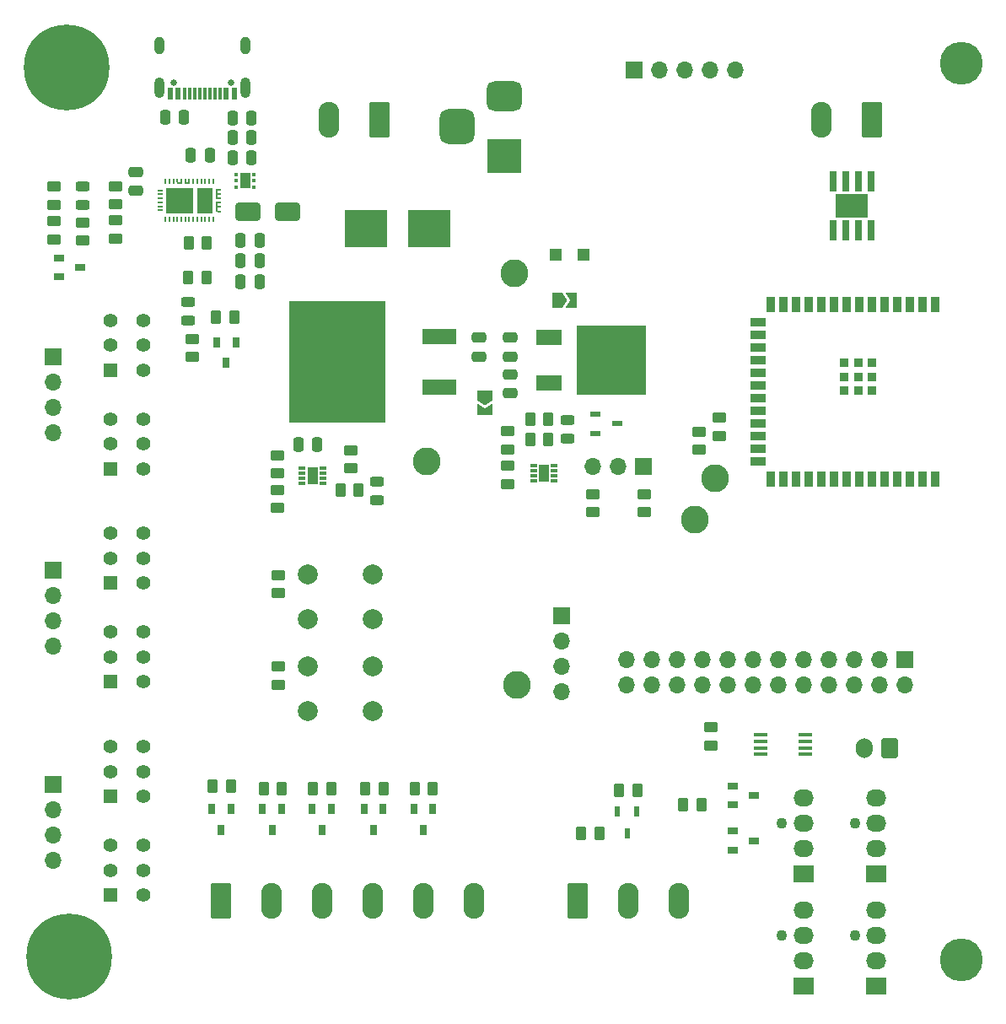
<source format=gbr>
%TF.GenerationSoftware,KiCad,Pcbnew,7.0.10*%
%TF.CreationDate,2024-05-28T14:15:07+02:00*%
%TF.ProjectId,ESPHome AIO,45535048-6f6d-4652-9041-494f2e6b6963,rev?*%
%TF.SameCoordinates,Original*%
%TF.FileFunction,Soldermask,Top*%
%TF.FilePolarity,Negative*%
%FSLAX46Y46*%
G04 Gerber Fmt 4.6, Leading zero omitted, Abs format (unit mm)*
G04 Created by KiCad (PCBNEW 7.0.10) date 2024-05-28 14:15:07*
%MOMM*%
%LPD*%
G01*
G04 APERTURE LIST*
G04 Aperture macros list*
%AMRoundRect*
0 Rectangle with rounded corners*
0 $1 Rounding radius*
0 $2 $3 $4 $5 $6 $7 $8 $9 X,Y pos of 4 corners*
0 Add a 4 corners polygon primitive as box body*
4,1,4,$2,$3,$4,$5,$6,$7,$8,$9,$2,$3,0*
0 Add four circle primitives for the rounded corners*
1,1,$1+$1,$2,$3*
1,1,$1+$1,$4,$5*
1,1,$1+$1,$6,$7*
1,1,$1+$1,$8,$9*
0 Add four rect primitives between the rounded corners*
20,1,$1+$1,$2,$3,$4,$5,0*
20,1,$1+$1,$4,$5,$6,$7,0*
20,1,$1+$1,$6,$7,$8,$9,0*
20,1,$1+$1,$8,$9,$2,$3,0*%
%AMFreePoly0*
4,1,6,1.000000,0.000000,0.500000,-0.750000,-0.500000,-0.750000,-0.500000,0.750000,0.500000,0.750000,1.000000,0.000000,1.000000,0.000000,$1*%
%AMFreePoly1*
4,1,6,0.500000,-0.750000,-0.650000,-0.750000,-0.150000,0.000000,-0.650000,0.750000,0.500000,0.750000,0.500000,-0.750000,0.500000,-0.750000,$1*%
G04 Aperture macros list end*
%ADD10R,4.240000X3.810000*%
%ADD11RoundRect,0.250000X-0.262500X-0.450000X0.262500X-0.450000X0.262500X0.450000X-0.262500X0.450000X0*%
%ADD12RoundRect,0.250000X-0.450000X0.262500X-0.450000X-0.262500X0.450000X-0.262500X0.450000X0.262500X0*%
%ADD13R,0.650000X1.100000*%
%ADD14R,1.050000X0.600000*%
%ADD15R,1.700000X1.700000*%
%ADD16O,1.700000X1.700000*%
%ADD17RoundRect,0.250000X0.262500X0.450000X-0.262500X0.450000X-0.262500X-0.450000X0.262500X-0.450000X0*%
%ADD18RoundRect,0.250000X-0.250000X-0.475000X0.250000X-0.475000X0.250000X0.475000X-0.250000X0.475000X0*%
%ADD19R,1.400000X1.400000*%
%ADD20C,1.400000*%
%ADD21C,1.100000*%
%ADD22R,2.030000X1.730000*%
%ADD23O,2.030000X1.730000*%
%ADD24RoundRect,0.250000X0.475000X-0.250000X0.475000X0.250000X-0.475000X0.250000X-0.475000X-0.250000X0*%
%ADD25R,0.550000X0.200000*%
%ADD26R,0.200000X0.550000*%
%ADD27R,0.350000X0.200000*%
%ADD28R,0.200000X0.350000*%
%ADD29R,2.720000X2.650000*%
%ADD30R,1.530000X2.650000*%
%ADD31R,0.200000X1.100000*%
%ADD32R,0.600000X0.200000*%
%ADD33R,0.650000X2.000000*%
%ADD34R,3.200000X2.390000*%
%ADD35RoundRect,0.250000X0.450000X-0.262500X0.450000X0.262500X-0.450000X0.262500X-0.450000X-0.262500X0*%
%ADD36C,2.800000*%
%ADD37RoundRect,0.250000X1.000000X0.650000X-1.000000X0.650000X-1.000000X-0.650000X1.000000X-0.650000X0*%
%ADD38RoundRect,0.093750X0.093750X0.106250X-0.093750X0.106250X-0.093750X-0.106250X0.093750X-0.106250X0*%
%ADD39R,1.000000X1.600000*%
%ADD40FreePoly0,0.000000*%
%ADD41FreePoly1,0.000000*%
%ADD42R,0.700000X0.300000*%
%ADD43R,1.000000X1.700000*%
%ADD44R,0.600000X1.050000*%
%ADD45R,1.100000X0.650000*%
%ADD46FreePoly0,270.000000*%
%ADD47FreePoly1,270.000000*%
%ADD48RoundRect,0.243750X0.456250X-0.243750X0.456250X0.243750X-0.456250X0.243750X-0.456250X-0.243750X0*%
%ADD49C,4.300000*%
%ADD50RoundRect,0.243750X-0.456250X0.243750X-0.456250X-0.243750X0.456250X-0.243750X0.456250X0.243750X0*%
%ADD51RoundRect,0.249999X0.790001X1.550001X-0.790001X1.550001X-0.790001X-1.550001X0.790001X-1.550001X0*%
%ADD52O,2.080000X3.600000*%
%ADD53C,2.000000*%
%ADD54C,0.650000*%
%ADD55R,0.600000X1.240000*%
%ADD56R,0.300000X1.240000*%
%ADD57O,1.000000X2.100000*%
%ADD58O,1.000000X1.800000*%
%ADD59RoundRect,0.250000X-0.475000X0.250000X-0.475000X-0.250000X0.475000X-0.250000X0.475000X0.250000X0*%
%ADD60R,3.500000X1.600000*%
%ADD61R,9.750000X12.200000*%
%ADD62R,3.500000X3.500000*%
%ADD63RoundRect,0.750000X-1.000000X0.750000X-1.000000X-0.750000X1.000000X-0.750000X1.000000X0.750000X0*%
%ADD64RoundRect,0.875000X-0.875000X0.875000X-0.875000X-0.875000X0.875000X-0.875000X0.875000X0.875000X0*%
%ADD65R,0.900000X1.500000*%
%ADD66R,1.500000X0.900000*%
%ADD67R,0.900000X0.900000*%
%ADD68C,8.600000*%
%ADD69R,1.450000X0.450000*%
%ADD70RoundRect,0.250000X0.250000X0.475000X-0.250000X0.475000X-0.250000X-0.475000X0.250000X-0.475000X0*%
%ADD71RoundRect,0.250000X0.600000X0.750000X-0.600000X0.750000X-0.600000X-0.750000X0.600000X-0.750000X0*%
%ADD72O,1.700000X2.000000*%
%ADD73RoundRect,0.249999X-0.790001X-1.550001X0.790001X-1.550001X0.790001X1.550001X-0.790001X1.550001X0*%
%ADD74R,1.200000X1.200000*%
%ADD75R,2.500000X1.500000*%
%ADD76R,7.000000X7.000000*%
G04 APERTURE END LIST*
D10*
%TO.C,F1*%
X125115000Y-62300000D03*
X131485000Y-62300000D03*
%TD*%
D11*
%TO.C,R5*%
X156987500Y-120100000D03*
X158812500Y-120100000D03*
%TD*%
D12*
%TO.C,R1*%
X116350000Y-106287500D03*
X116350000Y-108112500D03*
%TD*%
%TO.C,R25*%
X153100000Y-88937500D03*
X153100000Y-90762500D03*
%TD*%
%TO.C,R15*%
X100000000Y-58037500D03*
X100000000Y-59862500D03*
%TD*%
D13*
%TO.C,Q6*%
X126860000Y-120600000D03*
X124940000Y-120600000D03*
X125900000Y-122700000D03*
%TD*%
D14*
%TO.C,IC7*%
X148200000Y-80950000D03*
X148200000Y-82850000D03*
X150400000Y-81900000D03*
%TD*%
D15*
%TO.C,J3*%
X152060000Y-46400000D03*
D16*
X154600000Y-46400000D03*
X157140000Y-46400000D03*
X159680000Y-46400000D03*
X162220000Y-46400000D03*
%TD*%
D15*
%TO.C,J1*%
X179220000Y-105560000D03*
D16*
X179220000Y-108100000D03*
X176680000Y-105560000D03*
X176680000Y-108100000D03*
X174140000Y-105560000D03*
X174140000Y-108100000D03*
X171600000Y-105560000D03*
X171600000Y-108100000D03*
X169060000Y-105560000D03*
X169060000Y-108100000D03*
X166520000Y-105560000D03*
X166520000Y-108100000D03*
X163980000Y-105560000D03*
X163980000Y-108100000D03*
X161440000Y-105560000D03*
X161440000Y-108100000D03*
X158900000Y-105560000D03*
X158900000Y-108100000D03*
X156360000Y-105560000D03*
X156360000Y-108100000D03*
X153820000Y-105560000D03*
X153820000Y-108100000D03*
X151280000Y-105560000D03*
X151280000Y-108100000D03*
%TD*%
D11*
%TO.C,R21*%
X110087500Y-71200000D03*
X111912500Y-71200000D03*
%TD*%
D17*
%TO.C,R27*%
X143462500Y-83437500D03*
X141637500Y-83437500D03*
%TD*%
D12*
%TO.C,R3*%
X158600000Y-82687500D03*
X158600000Y-84512500D03*
%TD*%
D18*
%TO.C,C6*%
X107550000Y-54900000D03*
X109450000Y-54900000D03*
%TD*%
D19*
%TO.C,SW4*%
X99500000Y-119300000D03*
D20*
X99500000Y-116800000D03*
X99500000Y-114300000D03*
X102800000Y-119300000D03*
X102800000Y-116800000D03*
X102800000Y-114300000D03*
%TD*%
D21*
%TO.C,M4*%
X174215000Y-121995000D03*
D22*
X176375000Y-127075000D03*
D23*
X176375000Y-124535000D03*
X176375000Y-121995000D03*
X176375000Y-119455000D03*
%TD*%
D24*
%TO.C,C12*%
X139600000Y-78850000D03*
X139600000Y-76950000D03*
%TD*%
%TO.C,C3*%
X102050000Y-58500000D03*
X102050000Y-56600000D03*
%TD*%
D21*
%TO.C,M5*%
X174215000Y-133295000D03*
D22*
X176375000Y-138375000D03*
D23*
X176375000Y-135835000D03*
X176375000Y-133295000D03*
X176375000Y-130755000D03*
%TD*%
D25*
%TO.C,IC4*%
X104475000Y-58475000D03*
X104475000Y-58875000D03*
X104475000Y-59275000D03*
X104475000Y-59675000D03*
X104475000Y-60075000D03*
X104475000Y-60475000D03*
D26*
X105000000Y-61400000D03*
X105400000Y-61400000D03*
X105800000Y-61400000D03*
X106200000Y-61400000D03*
X106600000Y-61400000D03*
X107000000Y-61400000D03*
X107400000Y-61400000D03*
X107800000Y-61400000D03*
X108200000Y-61400000D03*
X108600000Y-61400000D03*
X109000000Y-61400000D03*
X109400000Y-61400000D03*
X109800000Y-61400000D03*
D27*
X110425000Y-60575000D03*
X110425000Y-60125000D03*
X110425000Y-59675000D03*
X110425000Y-59275000D03*
X110425000Y-58825000D03*
X110425000Y-58375000D03*
D26*
X109800000Y-57550000D03*
X109400000Y-57550000D03*
X109000000Y-57550000D03*
X108600000Y-57550000D03*
X108200000Y-57550000D03*
X107800000Y-57550000D03*
D28*
X107399000Y-57450000D03*
X106999000Y-57450000D03*
X106599000Y-57450000D03*
X106199000Y-57450000D03*
D26*
X105800000Y-57550000D03*
X105400000Y-57550000D03*
X105000000Y-57550000D03*
D29*
X106435000Y-59475000D03*
D30*
X108960000Y-59475000D03*
D31*
X110149000Y-60125000D03*
X110150000Y-58825000D03*
D32*
X107199000Y-57725000D03*
X106399000Y-57725000D03*
%TD*%
D33*
%TO.C,IC1*%
X172035000Y-62475000D03*
X173305000Y-62475000D03*
X174575000Y-62475000D03*
X175845000Y-62475000D03*
X175845000Y-57525000D03*
X174575000Y-57525000D03*
X173305000Y-57525000D03*
X172035000Y-57525000D03*
D34*
X173940000Y-60000000D03*
%TD*%
D15*
%TO.C,JP3*%
X153030000Y-86150000D03*
D16*
X150490000Y-86150000D03*
X147950000Y-86150000D03*
%TD*%
D35*
%TO.C,R29*%
X123625000Y-86362500D03*
X123625000Y-84537500D03*
%TD*%
D36*
%TO.C,TP5*%
X140300000Y-108100000D03*
%TD*%
D12*
%TO.C,R28*%
X147900000Y-88937500D03*
X147900000Y-90762500D03*
%TD*%
%TO.C,R4*%
X160600000Y-81287500D03*
X160600000Y-83112500D03*
%TD*%
D37*
%TO.C,D1*%
X117300000Y-60650000D03*
X113300000Y-60650000D03*
%TD*%
D38*
%TO.C,U1*%
X113887500Y-58150000D03*
X113887500Y-57500000D03*
X113887500Y-56850000D03*
X112112500Y-56850000D03*
X112112500Y-57500000D03*
X112112500Y-58150000D03*
D39*
X113000000Y-57500000D03*
%TD*%
D15*
%TO.C,J13*%
X93700000Y-96600000D03*
D16*
X93700000Y-99140000D03*
X93700000Y-101680000D03*
X93700000Y-104220000D03*
%TD*%
D12*
%TO.C,R22*%
X107700000Y-73387500D03*
X107700000Y-75212500D03*
%TD*%
D40*
%TO.C,JP1*%
X144350000Y-69500000D03*
D41*
X145800000Y-69500000D03*
%TD*%
D19*
%TO.C,SW8*%
X99500000Y-97900000D03*
D20*
X99500000Y-95400000D03*
X99500000Y-92900000D03*
X102800000Y-97900000D03*
X102800000Y-95400000D03*
X102800000Y-92900000D03*
%TD*%
D12*
%TO.C,R24*%
X139375000Y-82637500D03*
X139375000Y-84462500D03*
%TD*%
%TO.C,R16*%
X100000000Y-61487500D03*
X100000000Y-63312500D03*
%TD*%
D42*
%TO.C,IC9*%
X118725000Y-86362500D03*
X118725000Y-86862500D03*
X118725000Y-87362500D03*
X118725000Y-87862500D03*
X120825000Y-87862500D03*
X120825000Y-87362500D03*
X120825000Y-86862500D03*
X120825000Y-86362500D03*
D43*
X119775000Y-87112500D03*
%TD*%
D44*
%TO.C,Q8*%
X152300000Y-120800000D03*
X150400000Y-120800000D03*
X151350000Y-123000000D03*
%TD*%
D18*
%TO.C,C9*%
X111750000Y-53200000D03*
X113650000Y-53200000D03*
%TD*%
D11*
%TO.C,R32*%
X122562500Y-88550000D03*
X124387500Y-88550000D03*
%TD*%
%TO.C,R9*%
X109727500Y-118300000D03*
X111552500Y-118300000D03*
%TD*%
D36*
%TO.C,TP1*%
X160200000Y-87400000D03*
%TD*%
D45*
%TO.C,Q9*%
X94350000Y-65240000D03*
X94350000Y-67160000D03*
X96450000Y-66200000D03*
%TD*%
D46*
%TO.C,JP2*%
X137050000Y-79075000D03*
D47*
X137050000Y-80525000D03*
%TD*%
D11*
%TO.C,R8*%
X119827500Y-118500000D03*
X121652500Y-118500000D03*
%TD*%
%TO.C,R13*%
X146737500Y-123000000D03*
X148562500Y-123000000D03*
%TD*%
D48*
%TO.C,D4*%
X145400000Y-83375000D03*
X145400000Y-81500000D03*
%TD*%
D11*
%TO.C,R7*%
X130027500Y-118500000D03*
X131852500Y-118500000D03*
%TD*%
D18*
%TO.C,C13*%
X118350000Y-84000000D03*
X120250000Y-84000000D03*
%TD*%
D19*
%TO.C,SW6*%
X99500000Y-129200000D03*
D20*
X99500000Y-126700000D03*
X99500000Y-124200000D03*
X102800000Y-129200000D03*
X102800000Y-126700000D03*
X102800000Y-124200000D03*
%TD*%
D49*
%TO.C,H4*%
X184900000Y-135700000D03*
%TD*%
D12*
%TO.C,R18*%
X93800000Y-61587500D03*
X93800000Y-63412500D03*
%TD*%
%TO.C,R17*%
X93800000Y-58087500D03*
X93800000Y-59912500D03*
%TD*%
D19*
%TO.C,SW5*%
X99500000Y-86400000D03*
D20*
X99500000Y-83900000D03*
X99500000Y-81400000D03*
X102800000Y-86400000D03*
X102800000Y-83900000D03*
X102800000Y-81400000D03*
%TD*%
D48*
%TO.C,D2*%
X96700000Y-59937500D03*
X96700000Y-58062500D03*
%TD*%
D50*
%TO.C,D5*%
X126250000Y-87712500D03*
X126250000Y-89587500D03*
%TD*%
D36*
%TO.C,TP4*%
X131200000Y-85700000D03*
%TD*%
D51*
%TO.C,M1*%
X175940000Y-51377500D03*
D52*
X170860000Y-51377500D03*
%TD*%
D12*
%TO.C,R31*%
X116275000Y-88537500D03*
X116275000Y-90362500D03*
%TD*%
D51*
%TO.C,J8*%
X126490000Y-51427500D03*
D52*
X121410000Y-51427500D03*
%TD*%
D45*
%TO.C,Q1*%
X162000000Y-122790000D03*
X162000000Y-124710000D03*
X164100000Y-123750000D03*
%TD*%
D49*
%TO.C,H1*%
X184900000Y-45700000D03*
%TD*%
D42*
%TO.C,IC8*%
X141950000Y-86112500D03*
X141950000Y-86612500D03*
X141950000Y-87112500D03*
X141950000Y-87612500D03*
X144050000Y-87612500D03*
X144050000Y-87112500D03*
X144050000Y-86612500D03*
X144050000Y-86112500D03*
D43*
X143000000Y-86862500D03*
%TD*%
D19*
%TO.C,SW10*%
X99500000Y-107800000D03*
D20*
X99500000Y-105300000D03*
X99500000Y-102800000D03*
X102800000Y-107800000D03*
X102800000Y-105300000D03*
X102800000Y-102800000D03*
%TD*%
D45*
%TO.C,Q2*%
X162000000Y-118240000D03*
X162000000Y-120160000D03*
X164100000Y-119200000D03*
%TD*%
D53*
%TO.C,SW2*%
X119300000Y-97050000D03*
X125800000Y-97050000D03*
X119300000Y-101550000D03*
X125800000Y-101550000D03*
%TD*%
D54*
%TO.C,J7*%
X111590000Y-47655000D03*
X105810000Y-47655000D03*
D55*
X111900000Y-48775000D03*
X111100000Y-48775000D03*
D56*
X109950000Y-48775000D03*
X108950000Y-48775000D03*
X108450000Y-48775000D03*
X107450000Y-48775000D03*
D55*
X106300000Y-48775000D03*
X105500000Y-48775000D03*
X105500000Y-48775000D03*
X106300000Y-48775000D03*
D56*
X106950000Y-48775000D03*
X107950000Y-48775000D03*
X109450000Y-48775000D03*
X110450000Y-48775000D03*
D55*
X111100000Y-48775000D03*
X111900000Y-48775000D03*
D57*
X113020000Y-48175000D03*
D58*
X113020000Y-43975000D03*
D57*
X104380000Y-48175000D03*
D58*
X104380000Y-43975000D03*
%TD*%
D12*
%TO.C,R30*%
X116275000Y-85062500D03*
X116275000Y-86887500D03*
%TD*%
D48*
%TO.C,D3*%
X107300000Y-71537500D03*
X107300000Y-69662500D03*
%TD*%
D18*
%TO.C,C5*%
X111750000Y-55200000D03*
X113650000Y-55200000D03*
%TD*%
D59*
%TO.C,C10*%
X136450000Y-73250000D03*
X136450000Y-75150000D03*
%TD*%
D13*
%TO.C,Q4*%
X121660000Y-120600000D03*
X119740000Y-120600000D03*
X120700000Y-122700000D03*
%TD*%
D60*
%TO.C,IC5*%
X132500000Y-78230000D03*
X132500000Y-73150000D03*
D61*
X122225000Y-75690000D03*
%TD*%
D15*
%TO.C,J2*%
X144800000Y-101200000D03*
D16*
X144800000Y-103740000D03*
X144800000Y-106280000D03*
X144800000Y-108820000D03*
%TD*%
D11*
%TO.C,R10*%
X125077500Y-118500000D03*
X126902500Y-118500000D03*
%TD*%
D62*
%TO.C,J9*%
X139000000Y-55050000D03*
D63*
X139000000Y-49050000D03*
D64*
X134300000Y-52050000D03*
%TD*%
D15*
%TO.C,J10*%
X93700000Y-75200000D03*
D16*
X93700000Y-77740000D03*
X93700000Y-80280000D03*
X93700000Y-82820000D03*
%TD*%
D53*
%TO.C,SW1*%
X119300000Y-106250000D03*
X125800000Y-106250000D03*
X119300000Y-110750000D03*
X125800000Y-110750000D03*
%TD*%
D65*
%TO.C,IC2*%
X182300000Y-69950000D03*
X181030000Y-69950000D03*
X179760000Y-69950000D03*
X178490000Y-69950000D03*
X177220000Y-69950000D03*
X175950000Y-69950000D03*
X174680000Y-69950000D03*
X173410000Y-69950000D03*
X172140000Y-69950000D03*
X170870000Y-69950000D03*
X169600000Y-69950000D03*
X168330000Y-69950000D03*
X167060000Y-69950000D03*
X165790000Y-69950000D03*
D66*
X164540000Y-71715000D03*
X164540000Y-72985000D03*
X164540000Y-74255000D03*
X164540000Y-75525000D03*
X164540000Y-76795000D03*
X164540000Y-78065000D03*
X164540000Y-79335000D03*
X164540000Y-80605000D03*
X164540000Y-81875000D03*
X164540000Y-83145000D03*
X164540000Y-84415000D03*
X164540000Y-85685000D03*
D65*
X165790000Y-87450000D03*
X167060000Y-87450000D03*
X168330000Y-87450000D03*
X169600000Y-87450000D03*
X170870000Y-87450000D03*
X172140000Y-87450000D03*
X173410000Y-87450000D03*
X174680000Y-87450000D03*
X175950000Y-87450000D03*
X177220000Y-87450000D03*
X178490000Y-87450000D03*
X179760000Y-87450000D03*
X181030000Y-87450000D03*
X182300000Y-87450000D03*
D67*
X174580000Y-77200000D03*
X175980000Y-77200000D03*
X175980000Y-75800000D03*
X174580000Y-75800000D03*
X173180000Y-75800000D03*
X173180000Y-77200000D03*
X173180000Y-78600000D03*
X174580000Y-78600000D03*
X175980000Y-78600000D03*
%TD*%
D35*
%TO.C,R6*%
X159800000Y-114212500D03*
X159800000Y-112387500D03*
%TD*%
D17*
%TO.C,R12*%
X152362500Y-118700000D03*
X150537500Y-118700000D03*
%TD*%
D68*
%TO.C,H3*%
X95300000Y-135400000D03*
%TD*%
D21*
%TO.C,M2*%
X166915000Y-121995000D03*
D22*
X169075000Y-127075000D03*
D23*
X169075000Y-124535000D03*
X169075000Y-121995000D03*
X169075000Y-119455000D03*
%TD*%
D12*
%TO.C,R23*%
X139375000Y-86137500D03*
X139375000Y-87962500D03*
%TD*%
D11*
%TO.C,R20*%
X107287500Y-67200000D03*
X109112500Y-67200000D03*
%TD*%
D69*
%TO.C,IC3*%
X169225000Y-115075000D03*
X169225000Y-114425000D03*
X169225000Y-113775000D03*
X169225000Y-113125000D03*
X164775000Y-113125000D03*
X164775000Y-113775000D03*
X164775000Y-114425000D03*
X164775000Y-115075000D03*
%TD*%
D12*
%TO.C,R2*%
X116350000Y-97087500D03*
X116350000Y-98912500D03*
%TD*%
D15*
%TO.C,J11*%
X93700000Y-118100000D03*
D16*
X93700000Y-120640000D03*
X93700000Y-123180000D03*
X93700000Y-125720000D03*
%TD*%
D70*
%TO.C,C1*%
X114450000Y-65550000D03*
X112550000Y-65550000D03*
%TD*%
D19*
%TO.C,SW3*%
X99500000Y-76500000D03*
D20*
X99500000Y-74000000D03*
X99500000Y-71500000D03*
X102800000Y-76500000D03*
X102800000Y-74000000D03*
X102800000Y-71500000D03*
%TD*%
D71*
%TO.C,J4*%
X177700000Y-114500000D03*
D72*
X175200000Y-114500000D03*
%TD*%
D73*
%TO.C,J6*%
X146420000Y-129822500D03*
D52*
X151500000Y-129822500D03*
X156580000Y-129822500D03*
%TD*%
D13*
%TO.C,Q7*%
X116660000Y-120600000D03*
X114740000Y-120600000D03*
X115700000Y-122700000D03*
%TD*%
D36*
%TO.C,TP3*%
X140000000Y-66800000D03*
%TD*%
D73*
%TO.C,J5*%
X110600000Y-129822500D03*
D52*
X115680000Y-129822500D03*
X120760000Y-129822500D03*
X125840000Y-129822500D03*
X130920000Y-129822500D03*
X136000000Y-129822500D03*
%TD*%
D68*
%TO.C,H2*%
X95100000Y-46100000D03*
%TD*%
D11*
%TO.C,R26*%
X141637500Y-81437500D03*
X143462500Y-81437500D03*
%TD*%
D59*
%TO.C,C11*%
X139650000Y-73250000D03*
X139650000Y-75150000D03*
%TD*%
D74*
%TO.C,D7*%
X144150000Y-64950000D03*
X146950000Y-64950000D03*
%TD*%
D70*
%TO.C,C2*%
X114450000Y-67600000D03*
X112550000Y-67600000D03*
%TD*%
D12*
%TO.C,R19*%
X96700000Y-61687500D03*
X96700000Y-63512500D03*
%TD*%
D11*
%TO.C,R11*%
X114877500Y-118500000D03*
X116702500Y-118500000D03*
%TD*%
D13*
%TO.C,Q3*%
X131860000Y-120600000D03*
X129940000Y-120600000D03*
X130900000Y-122700000D03*
%TD*%
D70*
%TO.C,C8*%
X106850000Y-51100000D03*
X104950000Y-51100000D03*
%TD*%
%TO.C,C4*%
X114450000Y-63500000D03*
X112550000Y-63500000D03*
%TD*%
D36*
%TO.C,TP2*%
X158150000Y-91550000D03*
%TD*%
D13*
%TO.C,Q5*%
X111560000Y-120600000D03*
X109640000Y-120600000D03*
X110600000Y-122700000D03*
%TD*%
D11*
%TO.C,R14*%
X107337500Y-63750000D03*
X109162500Y-63750000D03*
%TD*%
D75*
%TO.C,IC6*%
X143550000Y-73200000D03*
D76*
X149800000Y-75500000D03*
D75*
X143550000Y-77800000D03*
%TD*%
D21*
%TO.C,M3*%
X166915000Y-133295000D03*
D22*
X169075000Y-138375000D03*
D23*
X169075000Y-135835000D03*
X169075000Y-133295000D03*
X169075000Y-130755000D03*
%TD*%
D13*
%TO.C,Q10*%
X112060000Y-73700000D03*
X110140000Y-73700000D03*
X111100000Y-75800000D03*
%TD*%
D18*
%TO.C,C7*%
X111750000Y-51200000D03*
X113650000Y-51200000D03*
%TD*%
M02*

</source>
